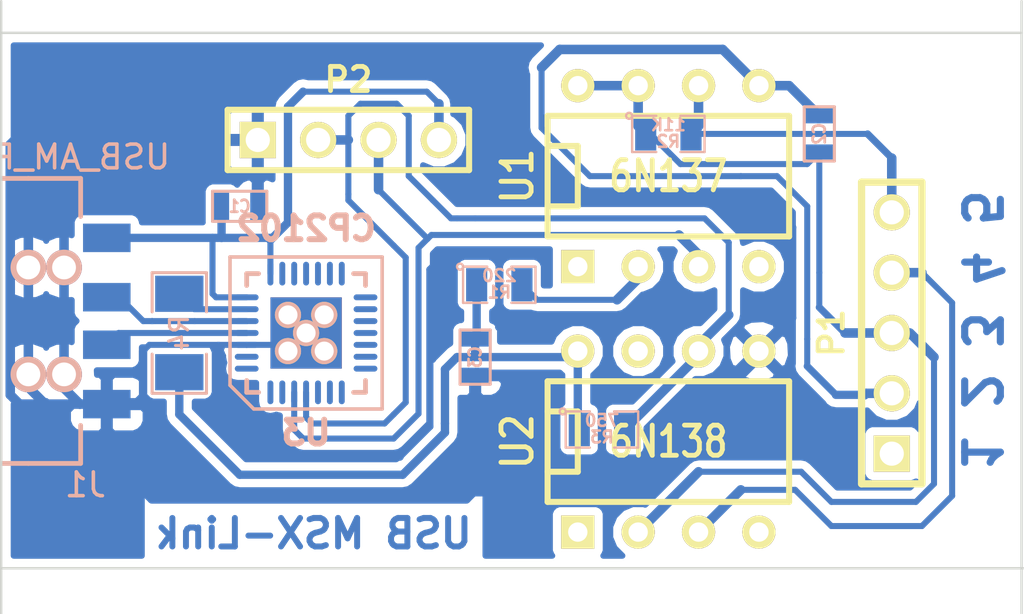
<source format=kicad_pcb>
(kicad_pcb (version 3) (host pcbnew "(2013-mar-13)-testing")

  (general
    (links 36)
    (no_connects 0)
    (area 163.906999 136.093999 206.996501 161.975001)
    (thickness 1.6)
    (drawings 6)
    (tracks 221)
    (zones 0)
    (modules 13)
    (nets 36)
  )

  (page A3)
  (layers
    (15 F.Cu signal)
    (0 B.Cu signal hide)
    (16 B.Adhes user)
    (17 F.Adhes user)
    (18 B.Paste user)
    (19 F.Paste user)
    (20 B.SilkS user)
    (21 F.SilkS user)
    (22 B.Mask user)
    (23 F.Mask user)
    (24 Dwgs.User user)
    (25 Cmts.User user)
    (26 Eco1.User user)
    (27 Eco2.User user)
    (28 Edge.Cuts user)
  )

  (setup
    (last_trace_width 0.254)
    (user_trace_width 0.3)
    (user_trace_width 0.35)
    (user_trace_width 0.4)
    (trace_clearance 0.2)
    (zone_clearance 0.35)
    (zone_45_only no)
    (trace_min 0.254)
    (segment_width 0.2)
    (edge_width 0.1)
    (via_size 0.889)
    (via_drill 0.635)
    (via_min_size 0.889)
    (via_min_drill 0.508)
    (uvia_size 0.508)
    (uvia_drill 0.127)
    (uvias_allowed no)
    (uvia_min_size 0.508)
    (uvia_min_drill 0.127)
    (pcb_text_width 0.3)
    (pcb_text_size 1.5 1.5)
    (mod_edge_width 0.15)
    (mod_text_size 1 1)
    (mod_text_width 0.15)
    (pad_size 1.5 1.5)
    (pad_drill 0.6)
    (pad_to_mask_clearance 0)
    (aux_axis_origin 0 0)
    (visible_elements 7FFFFFFF)
    (pcbplotparams
      (layerselection 1)
      (usegerberextensions false)
      (excludeedgelayer false)
      (linewidth 0.150000)
      (plotframeref false)
      (viasonmask false)
      (mode 1)
      (useauxorigin false)
      (hpglpennumber 1)
      (hpglpenspeed 20)
      (hpglpendiameter 15)
      (hpglpenoverlay 2)
      (psnegative false)
      (psa4output false)
      (plotreference true)
      (plotvalue true)
      (plotothertext true)
      (plotinvisibletext false)
      (padsonsilk false)
      (subtractmaskfromsilk false)
      (outputformat 5)
      (mirror false)
      (drillshape 1)
      (scaleselection 1)
      (outputdirectory ""))
  )

  (net 0 "")
  (net 1 /DIN_2)
  (net 2 /DIN_3)
  (net 3 /DIN_4)
  (net 4 /DIN_5)
  (net 5 /RXD)
  (net 6 /TXD)
  (net 7 /USB+5V)
  (net 8 /VDD)
  (net 9 GND)
  (net 10 N-0000010)
  (net 11 N-0000011)
  (net 12 N-0000012)
  (net 13 N-0000013)
  (net 14 N-0000014)
  (net 15 N-0000015)
  (net 16 N-0000016)
  (net 17 N-0000017)
  (net 18 N-0000018)
  (net 19 N-0000019)
  (net 20 N-000002)
  (net 21 N-0000020)
  (net 22 N-0000021)
  (net 23 N-0000022)
  (net 24 N-0000023)
  (net 25 N-0000024)
  (net 26 N-0000025)
  (net 27 N-0000026)
  (net 28 N-0000027)
  (net 29 N-000003)
  (net 30 N-0000031)
  (net 31 N-0000034)
  (net 32 N-000004)
  (net 33 N-000005)
  (net 34 N-000006)
  (net 35 N-000007)

  (net_class Default "This is the default net class."
    (clearance 0.2)
    (trace_width 0.254)
    (via_dia 0.889)
    (via_drill 0.635)
    (uvia_dia 0.508)
    (uvia_drill 0.127)
    (add_net "")
    (add_net /DIN_2)
    (add_net /DIN_3)
    (add_net /DIN_4)
    (add_net /DIN_5)
    (add_net /RXD)
    (add_net /TXD)
    (add_net /USB+5V)
    (add_net /VDD)
    (add_net GND)
    (add_net N-0000010)
    (add_net N-0000011)
    (add_net N-0000012)
    (add_net N-0000013)
    (add_net N-0000014)
    (add_net N-0000015)
    (add_net N-0000016)
    (add_net N-0000017)
    (add_net N-0000018)
    (add_net N-0000019)
    (add_net N-000002)
    (add_net N-0000020)
    (add_net N-0000021)
    (add_net N-0000022)
    (add_net N-0000023)
    (add_net N-0000024)
    (add_net N-0000025)
    (add_net N-0000026)
    (add_net N-0000027)
    (add_net N-000003)
    (add_net N-0000031)
    (add_net N-0000034)
    (add_net N-000004)
    (add_net N-000005)
    (add_net N-000006)
    (add_net N-000007)
  )

  (module SM1206 (layer B.Cu) (tedit 42806E24) (tstamp 51A26A22)
    (at 171.45 150.114 270)
    (path /51A14708)
    (attr smd)
    (fp_text reference R4 (at 0 0 270) (layer B.SilkS)
      (effects (font (size 0.762 0.762) (thickness 0.127)) (justify mirror))
    )
    (fp_text value 11K (at 0 0 270) (layer B.SilkS) hide
      (effects (font (size 0.762 0.762) (thickness 0.127)) (justify mirror))
    )
    (fp_line (start -2.54 1.143) (end -2.54 -1.143) (layer B.SilkS) (width 0.127))
    (fp_line (start -2.54 -1.143) (end -0.889 -1.143) (layer B.SilkS) (width 0.127))
    (fp_line (start 0.889 1.143) (end 2.54 1.143) (layer B.SilkS) (width 0.127))
    (fp_line (start 2.54 1.143) (end 2.54 -1.143) (layer B.SilkS) (width 0.127))
    (fp_line (start 2.54 -1.143) (end 0.889 -1.143) (layer B.SilkS) (width 0.127))
    (fp_line (start -0.889 1.143) (end -2.54 1.143) (layer B.SilkS) (width 0.127))
    (pad 1 smd rect (at -1.651 0 270) (size 1.524 2.032)
      (layers B.Cu B.Paste B.Mask)
      (net 25 N-0000024)
    )
    (pad 2 smd rect (at 1.651 0 270) (size 1.524 2.032)
      (layers B.Cu B.Paste B.Mask)
      (net 8 /VDD)
    )
    (model smd/chip_cms.wrl
      (at (xyz 0 0 0))
      (scale (xyz 0.17 0.16 0.16))
      (rotate (xyz 0 0 0))
    )
  )

  (module SM0603 (layer B.Cu) (tedit 4E43A3D1) (tstamp 51A13DEB)
    (at 173.99 144.78)
    (path /51A13A53)
    (attr smd)
    (fp_text reference C1 (at 0 0) (layer B.SilkS)
      (effects (font (size 0.508 0.4572) (thickness 0.1143)) (justify mirror))
    )
    (fp_text value 0.1 (at 0 0) (layer B.SilkS) hide
      (effects (font (size 0.508 0.4572) (thickness 0.1143)) (justify mirror))
    )
    (fp_line (start -1.143 0.635) (end 1.143 0.635) (layer B.SilkS) (width 0.127))
    (fp_line (start 1.143 0.635) (end 1.143 -0.635) (layer B.SilkS) (width 0.127))
    (fp_line (start 1.143 -0.635) (end -1.143 -0.635) (layer B.SilkS) (width 0.127))
    (fp_line (start -1.143 -0.635) (end -1.143 0.635) (layer B.SilkS) (width 0.127))
    (pad 1 smd rect (at -0.762 0) (size 0.635 1.143)
      (layers B.Cu B.Paste B.Mask)
      (net 7 /USB+5V)
    )
    (pad 2 smd rect (at 0.762 0) (size 0.635 1.143)
      (layers B.Cu B.Paste B.Mask)
      (net 9 GND)
    )
    (model smd\resistors\R0603.wrl
      (at (xyz 0 0 0.001))
      (scale (xyz 0.5 0.5 0.5))
      (rotate (xyz 0 0 0))
    )
  )

  (module SM0603 (layer B.Cu) (tedit 4E43A3D1) (tstamp 51A13DF5)
    (at 198.374 141.732 90)
    (path /51995828)
    (attr smd)
    (fp_text reference C2 (at 0 0 90) (layer B.SilkS)
      (effects (font (size 0.508 0.4572) (thickness 0.1143)) (justify mirror))
    )
    (fp_text value 0.1 (at 0 0 90) (layer B.SilkS) hide
      (effects (font (size 0.508 0.4572) (thickness 0.1143)) (justify mirror))
    )
    (fp_line (start -1.143 0.635) (end 1.143 0.635) (layer B.SilkS) (width 0.127))
    (fp_line (start 1.143 0.635) (end 1.143 -0.635) (layer B.SilkS) (width 0.127))
    (fp_line (start 1.143 -0.635) (end -1.143 -0.635) (layer B.SilkS) (width 0.127))
    (fp_line (start -1.143 -0.635) (end -1.143 0.635) (layer B.SilkS) (width 0.127))
    (pad 1 smd rect (at -0.762 0 90) (size 0.635 1.143)
      (layers B.Cu B.Paste B.Mask)
      (net 2 /DIN_3)
    )
    (pad 2 smd rect (at 0.762 0 90) (size 0.635 1.143)
      (layers B.Cu B.Paste B.Mask)
      (net 1 /DIN_2)
    )
    (model smd\resistors\R0603.wrl
      (at (xyz 0 0 0.001))
      (scale (xyz 0.5 0.5 0.5))
      (rotate (xyz 0 0 0))
    )
  )

  (module SM0603 (layer B.Cu) (tedit 4E43A3D1) (tstamp 51A13DFF)
    (at 183.896 151.13 270)
    (path /51A139D0)
    (attr smd)
    (fp_text reference C3 (at 0 0 270) (layer B.SilkS)
      (effects (font (size 0.508 0.4572) (thickness 0.1143)) (justify mirror))
    )
    (fp_text value 0.1 (at 0 0 270) (layer B.SilkS) hide
      (effects (font (size 0.508 0.4572) (thickness 0.1143)) (justify mirror))
    )
    (fp_line (start -1.143 0.635) (end 1.143 0.635) (layer B.SilkS) (width 0.127))
    (fp_line (start 1.143 0.635) (end 1.143 -0.635) (layer B.SilkS) (width 0.127))
    (fp_line (start 1.143 -0.635) (end -1.143 -0.635) (layer B.SilkS) (width 0.127))
    (fp_line (start -1.143 -0.635) (end -1.143 0.635) (layer B.SilkS) (width 0.127))
    (pad 1 smd rect (at -0.762 0 270) (size 0.635 1.143)
      (layers B.Cu B.Paste B.Mask)
      (net 8 /VDD)
    )
    (pad 2 smd rect (at 0.762 0 270) (size 0.635 1.143)
      (layers B.Cu B.Paste B.Mask)
      (net 9 GND)
    )
    (model smd\resistors\R0603.wrl
      (at (xyz 0 0 0.001))
      (scale (xyz 0.5 0.5 0.5))
      (rotate (xyz 0 0 0))
    )
  )

  (module PIN_ARRAY_5x1 (layer F.Cu) (tedit 45976D86) (tstamp 51A13E1A)
    (at 201.422 150.114 90)
    (descr "Double rangee de contacts 2 x 5 pins")
    (tags CONN)
    (path /51A13ABD)
    (fp_text reference P1 (at 0 -2.54 90) (layer F.SilkS)
      (effects (font (size 1.016 1.016) (thickness 0.2032)))
    )
    (fp_text value CONN_5 (at 0 2.54 90) (layer F.SilkS) hide
      (effects (font (size 1.016 1.016) (thickness 0.2032)))
    )
    (fp_line (start -6.35 -1.27) (end -6.35 1.27) (layer F.SilkS) (width 0.3048))
    (fp_line (start 6.35 1.27) (end 6.35 -1.27) (layer F.SilkS) (width 0.3048))
    (fp_line (start -6.35 -1.27) (end 6.35 -1.27) (layer F.SilkS) (width 0.3048))
    (fp_line (start 6.35 1.27) (end -6.35 1.27) (layer F.SilkS) (width 0.3048))
    (pad 1 thru_hole rect (at -5.08 0 90) (size 1.524 1.524) (drill 1.016)
      (layers *.Cu *.Mask F.SilkS)
      (net 27 N-0000026)
    )
    (pad 2 thru_hole circle (at -2.54 0 90) (size 1.524 1.524) (drill 1.016)
      (layers *.Cu *.Mask F.SilkS)
      (net 1 /DIN_2)
    )
    (pad 3 thru_hole circle (at 0 0 90) (size 1.524 1.524) (drill 1.016)
      (layers *.Cu *.Mask F.SilkS)
      (net 2 /DIN_3)
    )
    (pad 4 thru_hole circle (at 2.54 0 90) (size 1.524 1.524) (drill 1.016)
      (layers *.Cu *.Mask F.SilkS)
      (net 3 /DIN_4)
    )
    (pad 5 thru_hole circle (at 5.08 0 90) (size 1.524 1.524) (drill 1.016)
      (layers *.Cu *.Mask F.SilkS)
      (net 4 /DIN_5)
    )
    (model pin_array/pins_array_5x1.wrl
      (at (xyz 0 0 0))
      (scale (xyz 1 1 1))
      (rotate (xyz 0 0 0))
    )
  )

  (module PIN_ARRAY_4x1 (layer F.Cu) (tedit 4C10F42E) (tstamp 51A13E26)
    (at 178.562 141.986)
    (descr "Double rangee de contacts 2 x 5 pins")
    (tags CONN)
    (path /519AA5F7)
    (fp_text reference P2 (at 0 -2.54) (layer F.SilkS)
      (effects (font (size 1.016 1.016) (thickness 0.2032)))
    )
    (fp_text value CONN_4 (at 0 2.54) (layer F.SilkS) hide
      (effects (font (size 1.016 1.016) (thickness 0.2032)))
    )
    (fp_line (start 5.08 1.27) (end -5.08 1.27) (layer F.SilkS) (width 0.254))
    (fp_line (start 5.08 -1.27) (end -5.08 -1.27) (layer F.SilkS) (width 0.254))
    (fp_line (start -5.08 -1.27) (end -5.08 1.27) (layer F.SilkS) (width 0.254))
    (fp_line (start 5.08 1.27) (end 5.08 -1.27) (layer F.SilkS) (width 0.254))
    (pad 1 thru_hole rect (at -3.81 0) (size 1.524 1.524) (drill 1.016)
      (layers *.Cu *.Mask F.SilkS)
      (net 9 GND)
    )
    (pad 2 thru_hole circle (at -1.27 0) (size 1.524 1.524) (drill 1.016)
      (layers *.Cu *.Mask F.SilkS)
      (net 5 /RXD)
    )
    (pad 3 thru_hole circle (at 1.27 0) (size 1.524 1.524) (drill 1.016)
      (layers *.Cu *.Mask F.SilkS)
      (net 6 /TXD)
    )
    (pad 4 thru_hole circle (at 3.81 0) (size 1.524 1.524) (drill 1.016)
      (layers *.Cu *.Mask F.SilkS)
      (net 7 /USB+5V)
    )
    (model pin_array\pins_array_4x1.wrl
      (at (xyz 0 0 0))
      (scale (xyz 1 1 1))
      (rotate (xyz 0 0 0))
    )
  )

  (module SM0805 (layer B.Cu) (tedit 5091495C) (tstamp 51A13E33)
    (at 184.912 148.082)
    (path /519957A1)
    (attr smd)
    (fp_text reference R1 (at 0 0.3175) (layer B.SilkS)
      (effects (font (size 0.50038 0.50038) (thickness 0.10922)) (justify mirror))
    )
    (fp_text value 220 (at 0 -0.381) (layer B.SilkS)
      (effects (font (size 0.50038 0.50038) (thickness 0.10922)) (justify mirror))
    )
    (fp_circle (center -1.651 -0.762) (end -1.651 -0.635) (layer B.SilkS) (width 0.09906))
    (fp_line (start -0.508 -0.762) (end -1.524 -0.762) (layer B.SilkS) (width 0.09906))
    (fp_line (start -1.524 -0.762) (end -1.524 0.762) (layer B.SilkS) (width 0.09906))
    (fp_line (start -1.524 0.762) (end -0.508 0.762) (layer B.SilkS) (width 0.09906))
    (fp_line (start 0.508 0.762) (end 1.524 0.762) (layer B.SilkS) (width 0.09906))
    (fp_line (start 1.524 0.762) (end 1.524 -0.762) (layer B.SilkS) (width 0.09906))
    (fp_line (start 1.524 -0.762) (end 0.508 -0.762) (layer B.SilkS) (width 0.09906))
    (pad 1 smd rect (at -0.9525 0) (size 0.889 1.397)
      (layers B.Cu B.Paste B.Mask)
      (net 8 /VDD)
    )
    (pad 2 smd rect (at 0.9525 0) (size 0.889 1.397)
      (layers B.Cu B.Paste B.Mask)
      (net 30 N-0000031)
    )
    (model smd/chip_cms.wrl
      (at (xyz 0 0 0))
      (scale (xyz 0.1 0.1 0.1))
      (rotate (xyz 0 0 0))
    )
  )

  (module SM0805 (layer B.Cu) (tedit 5091495C) (tstamp 51A13E40)
    (at 192.024 141.732)
    (path /519957D4)
    (attr smd)
    (fp_text reference R2 (at 0 0.3175) (layer B.SilkS)
      (effects (font (size 0.50038 0.50038) (thickness 0.10922)) (justify mirror))
    )
    (fp_text value 11K (at 0 -0.381) (layer B.SilkS)
      (effects (font (size 0.50038 0.50038) (thickness 0.10922)) (justify mirror))
    )
    (fp_circle (center -1.651 -0.762) (end -1.651 -0.635) (layer B.SilkS) (width 0.09906))
    (fp_line (start -0.508 -0.762) (end -1.524 -0.762) (layer B.SilkS) (width 0.09906))
    (fp_line (start -1.524 -0.762) (end -1.524 0.762) (layer B.SilkS) (width 0.09906))
    (fp_line (start -1.524 0.762) (end -0.508 0.762) (layer B.SilkS) (width 0.09906))
    (fp_line (start 0.508 0.762) (end 1.524 0.762) (layer B.SilkS) (width 0.09906))
    (fp_line (start 1.524 0.762) (end 1.524 -0.762) (layer B.SilkS) (width 0.09906))
    (fp_line (start 1.524 -0.762) (end 0.508 -0.762) (layer B.SilkS) (width 0.09906))
    (pad 1 smd rect (at -0.9525 0) (size 0.889 1.397)
      (layers B.Cu B.Paste B.Mask)
      (net 2 /DIN_3)
    )
    (pad 2 smd rect (at 0.9525 0) (size 0.889 1.397)
      (layers B.Cu B.Paste B.Mask)
      (net 4 /DIN_5)
    )
    (model smd/chip_cms.wrl
      (at (xyz 0 0 0))
      (scale (xyz 0.1 0.1 0.1))
      (rotate (xyz 0 0 0))
    )
  )

  (module SM0805 (layer B.Cu) (tedit 5091495C) (tstamp 51A142B0)
    (at 189.23 154.178)
    (path /519A98BB)
    (attr smd)
    (fp_text reference R3 (at 0 0.3175) (layer B.SilkS)
      (effects (font (size 0.50038 0.50038) (thickness 0.10922)) (justify mirror))
    )
    (fp_text value 750 (at 0 -0.381) (layer B.SilkS)
      (effects (font (size 0.50038 0.50038) (thickness 0.10922)) (justify mirror))
    )
    (fp_circle (center -1.651 -0.762) (end -1.651 -0.635) (layer B.SilkS) (width 0.09906))
    (fp_line (start -0.508 -0.762) (end -1.524 -0.762) (layer B.SilkS) (width 0.09906))
    (fp_line (start -1.524 -0.762) (end -1.524 0.762) (layer B.SilkS) (width 0.09906))
    (fp_line (start -1.524 0.762) (end -0.508 0.762) (layer B.SilkS) (width 0.09906))
    (fp_line (start 0.508 0.762) (end 1.524 0.762) (layer B.SilkS) (width 0.09906))
    (fp_line (start 1.524 0.762) (end 1.524 -0.762) (layer B.SilkS) (width 0.09906))
    (fp_line (start 1.524 -0.762) (end 0.508 -0.762) (layer B.SilkS) (width 0.09906))
    (pad 1 smd rect (at -0.9525 0) (size 0.889 1.397)
      (layers B.Cu B.Paste B.Mask)
      (net 8 /VDD)
    )
    (pad 2 smd rect (at 0.9525 0) (size 0.889 1.397)
      (layers B.Cu B.Paste B.Mask)
      (net 5 /RXD)
    )
    (model smd/chip_cms.wrl
      (at (xyz 0 0 0))
      (scale (xyz 0.1 0.1 0.1))
      (rotate (xyz 0 0 0))
    )
  )

  (module DIP-8__300 (layer F.Cu) (tedit 43A7F843) (tstamp 51A13E60)
    (at 192.024 143.51)
    (descr "8 pins DIL package, round pads")
    (tags DIL)
    (path /519952DF)
    (fp_text reference U1 (at -6.35 0 90) (layer F.SilkS)
      (effects (font (size 1.27 1.143) (thickness 0.2032)))
    )
    (fp_text value 6N137 (at 0 0) (layer F.SilkS)
      (effects (font (size 1.27 1.016) (thickness 0.2032)))
    )
    (fp_line (start -5.08 -1.27) (end -3.81 -1.27) (layer F.SilkS) (width 0.254))
    (fp_line (start -3.81 -1.27) (end -3.81 1.27) (layer F.SilkS) (width 0.254))
    (fp_line (start -3.81 1.27) (end -5.08 1.27) (layer F.SilkS) (width 0.254))
    (fp_line (start -5.08 -2.54) (end 5.08 -2.54) (layer F.SilkS) (width 0.254))
    (fp_line (start 5.08 -2.54) (end 5.08 2.54) (layer F.SilkS) (width 0.254))
    (fp_line (start 5.08 2.54) (end -5.08 2.54) (layer F.SilkS) (width 0.254))
    (fp_line (start -5.08 2.54) (end -5.08 -2.54) (layer F.SilkS) (width 0.254))
    (pad 1 thru_hole rect (at -3.81 3.81) (size 1.397 1.397) (drill 0.8128)
      (layers *.Cu *.Mask F.SilkS)
    )
    (pad 2 thru_hole circle (at -1.27 3.81) (size 1.397 1.397) (drill 0.8128)
      (layers *.Cu *.Mask F.SilkS)
      (net 30 N-0000031)
    )
    (pad 3 thru_hole circle (at 1.27 3.81) (size 1.397 1.397) (drill 0.8128)
      (layers *.Cu *.Mask F.SilkS)
      (net 6 /TXD)
    )
    (pad 4 thru_hole circle (at 3.81 3.81) (size 1.397 1.397) (drill 0.8128)
      (layers *.Cu *.Mask F.SilkS)
    )
    (pad 5 thru_hole circle (at 3.81 -3.81) (size 1.397 1.397) (drill 0.8128)
      (layers *.Cu *.Mask F.SilkS)
      (net 1 /DIN_2)
    )
    (pad 6 thru_hole circle (at 1.27 -3.81) (size 1.397 1.397) (drill 0.8128)
      (layers *.Cu *.Mask F.SilkS)
      (net 4 /DIN_5)
    )
    (pad 7 thru_hole circle (at -1.27 -3.81) (size 1.397 1.397) (drill 0.8128)
      (layers *.Cu *.Mask F.SilkS)
      (net 2 /DIN_3)
    )
    (pad 8 thru_hole circle (at -3.81 -3.81) (size 1.397 1.397) (drill 0.8128)
      (layers *.Cu *.Mask F.SilkS)
      (net 2 /DIN_3)
    )
    (model dil/dil_8.wrl
      (at (xyz 0 0 0))
      (scale (xyz 1 1 1))
      (rotate (xyz 0 0 0))
    )
  )

  (module DIP-8__300 (layer F.Cu) (tedit 43A7F843) (tstamp 51A13E73)
    (at 192.024 154.686)
    (descr "8 pins DIL package, round pads")
    (tags DIL)
    (path /5199570E)
    (fp_text reference U2 (at -6.35 0 90) (layer F.SilkS)
      (effects (font (size 1.27 1.143) (thickness 0.2032)))
    )
    (fp_text value 6N138 (at 0 0) (layer F.SilkS)
      (effects (font (size 1.27 1.016) (thickness 0.2032)))
    )
    (fp_line (start -5.08 -1.27) (end -3.81 -1.27) (layer F.SilkS) (width 0.254))
    (fp_line (start -3.81 -1.27) (end -3.81 1.27) (layer F.SilkS) (width 0.254))
    (fp_line (start -3.81 1.27) (end -5.08 1.27) (layer F.SilkS) (width 0.254))
    (fp_line (start -5.08 -2.54) (end 5.08 -2.54) (layer F.SilkS) (width 0.254))
    (fp_line (start 5.08 -2.54) (end 5.08 2.54) (layer F.SilkS) (width 0.254))
    (fp_line (start 5.08 2.54) (end -5.08 2.54) (layer F.SilkS) (width 0.254))
    (fp_line (start -5.08 2.54) (end -5.08 -2.54) (layer F.SilkS) (width 0.254))
    (pad 1 thru_hole rect (at -3.81 3.81) (size 1.397 1.397) (drill 0.8128)
      (layers *.Cu *.Mask F.SilkS)
    )
    (pad 2 thru_hole circle (at -1.27 3.81) (size 1.397 1.397) (drill 0.8128)
      (layers *.Cu *.Mask F.SilkS)
      (net 2 /DIN_3)
    )
    (pad 3 thru_hole circle (at 1.27 3.81) (size 1.397 1.397) (drill 0.8128)
      (layers *.Cu *.Mask F.SilkS)
      (net 3 /DIN_4)
    )
    (pad 4 thru_hole circle (at 3.81 3.81) (size 1.397 1.397) (drill 0.8128)
      (layers *.Cu *.Mask F.SilkS)
    )
    (pad 5 thru_hole circle (at 3.81 -3.81) (size 1.397 1.397) (drill 0.8128)
      (layers *.Cu *.Mask F.SilkS)
      (net 9 GND)
    )
    (pad 6 thru_hole circle (at 1.27 -3.81) (size 1.397 1.397) (drill 0.8128)
      (layers *.Cu *.Mask F.SilkS)
      (net 5 /RXD)
    )
    (pad 7 thru_hole circle (at -1.27 -3.81) (size 1.397 1.397) (drill 0.8128)
      (layers *.Cu *.Mask F.SilkS)
      (net 31 N-0000034)
    )
    (pad 8 thru_hole circle (at -3.81 -3.81) (size 1.397 1.397) (drill 0.8128)
      (layers *.Cu *.Mask F.SilkS)
      (net 8 /VDD)
    )
    (model dil/dil_8.wrl
      (at (xyz 0 0 0))
      (scale (xyz 1 1 1))
      (rotate (xyz 0 0 0))
    )
  )

  (module QFN28 (layer B.Cu) (tedit 4843D034) (tstamp 51A13EA6)
    (at 176.784 150.114)
    (path /51A13408)
    (fp_text reference U3 (at 0 4.20116) (layer B.SilkS)
      (effects (font (size 1.00076 1.00076) (thickness 0.3048)) (justify mirror))
    )
    (fp_text value CP2102 (at 0 -4.39928) (layer B.SilkS)
      (effects (font (size 1.00076 1.00076) (thickness 0.3048)) (justify mirror))
    )
    (fp_line (start -3.2004 -3.2004) (end 3.2004 -3.2004) (layer B.SilkS) (width 0.14986))
    (fp_line (start 3.2004 -3.2004) (end 3.2004 3.2004) (layer B.SilkS) (width 0.14986))
    (fp_line (start 3.2004 3.2004) (end -2.19964 3.2004) (layer B.SilkS) (width 0.14986))
    (fp_line (start -2.19964 3.2004) (end -3.2004 2.19964) (layer B.SilkS) (width 0.14986))
    (fp_line (start -3.2004 2.19964) (end -3.2004 -3.2004) (layer B.SilkS) (width 0.14986))
    (fp_line (start -1.99898 2.49936) (end -2.49936 2.49936) (layer B.SilkS) (width 0.20066))
    (fp_line (start -2.49936 2.49936) (end -2.49936 1.99898) (layer B.SilkS) (width 0.20066))
    (fp_line (start 2.49936 1.99898) (end 2.49936 2.49936) (layer B.SilkS) (width 0.20066))
    (fp_line (start 2.49936 2.49936) (end 1.99898 2.49936) (layer B.SilkS) (width 0.20066))
    (fp_line (start 1.99898 -2.49936) (end 2.49936 -2.49936) (layer B.SilkS) (width 0.20066))
    (fp_line (start 2.49936 -2.49936) (end 2.49936 -1.99898) (layer B.SilkS) (width 0.20066))
    (fp_line (start -2.49936 -1.99898) (end -2.49936 -2.49936) (layer B.SilkS) (width 0.20066))
    (fp_line (start -2.49936 -2.49936) (end -1.99898 -2.49936) (layer B.SilkS) (width 0.20066))
    (pad 1 smd oval (at -2.49936 1.50114) (size 1.00076 0.24892)
      (layers B.Cu B.Paste B.Mask)
      (net 18 N-0000018)
    )
    (pad 2 smd oval (at -2.49936 1.00076) (size 1.00076 0.24892)
      (layers B.Cu B.Paste B.Mask)
      (net 17 N-0000017)
    )
    (pad 3 smd oval (at -2.49936 0.50038) (size 1.00076 0.24892)
      (layers B.Cu B.Paste B.Mask)
      (net 9 GND)
    )
    (pad 4 smd oval (at -2.49936 0) (size 1.00076 0.24892)
      (layers B.Cu B.Paste B.Mask)
      (net 21 N-0000020)
    )
    (pad 5 smd oval (at -2.49936 -0.50038) (size 1.00076 0.24892)
      (layers B.Cu B.Paste B.Mask)
      (net 26 N-0000025)
    )
    (pad 6 smd oval (at -2.49936 -1.00076) (size 1.00076 0.24892)
      (layers B.Cu B.Paste B.Mask)
      (net 25 N-0000024)
    )
    (pad 7 smd oval (at -2.49936 -1.50114) (size 1.00076 0.24892)
      (layers B.Cu B.Paste B.Mask)
      (net 7 /USB+5V)
    )
    (pad 8 smd oval (at -1.50114 -2.49936 270) (size 1.00076 0.24892)
      (layers B.Cu B.Paste B.Mask)
      (net 7 /USB+5V)
    )
    (pad 9 smd oval (at -1.00076 -2.49936 270) (size 1.00076 0.24892)
      (layers B.Cu B.Paste B.Mask)
      (net 28 N-0000027)
    )
    (pad 10 smd oval (at -0.50038 -2.49936 270) (size 1.00076 0.24892)
      (layers B.Cu B.Paste B.Mask)
      (net 22 N-0000021)
    )
    (pad 11 smd oval (at 0 -2.49936 270) (size 1.00076 0.24892)
      (layers B.Cu B.Paste B.Mask)
      (net 16 N-0000016)
    )
    (pad 12 smd oval (at 0.50038 -2.49936 270) (size 1.00076 0.24892)
      (layers B.Cu B.Paste B.Mask)
      (net 15 N-0000015)
    )
    (pad 13 smd oval (at 1.00076 -2.49936 270) (size 1.00076 0.24892)
      (layers B.Cu B.Paste B.Mask)
      (net 23 N-0000022)
    )
    (pad 14 smd oval (at 1.50114 -2.49936 270) (size 1.00076 0.24892)
      (layers B.Cu B.Paste B.Mask)
      (net 24 N-0000023)
    )
    (pad 15 smd oval (at 2.49936 -1.50114 180) (size 1.00076 0.24892)
      (layers B.Cu B.Paste B.Mask)
      (net 19 N-0000019)
    )
    (pad 16 smd oval (at 2.49936 -1.00076 180) (size 1.00076 0.24892)
      (layers B.Cu B.Paste B.Mask)
      (net 10 N-0000010)
    )
    (pad 17 smd oval (at 2.49936 -0.50038 180) (size 1.00076 0.24892)
      (layers B.Cu B.Paste B.Mask)
      (net 20 N-000002)
    )
    (pad 18 smd oval (at 2.49936 0 180) (size 1.00076 0.24892)
      (layers B.Cu B.Paste B.Mask)
      (net 29 N-000003)
    )
    (pad 19 smd oval (at 2.49936 0.50038 180) (size 1.00076 0.24892)
      (layers B.Cu B.Paste B.Mask)
      (net 32 N-000004)
    )
    (pad 20 smd oval (at 2.49936 1.00076 180) (size 1.00076 0.24892)
      (layers B.Cu B.Paste B.Mask)
      (net 33 N-000005)
    )
    (pad 21 smd oval (at 2.49936 1.50114 180) (size 1.00076 0.24892)
      (layers B.Cu B.Paste B.Mask)
      (net 34 N-000006)
    )
    (pad 22 smd oval (at 1.50114 2.49936 90) (size 1.00076 0.24892)
      (layers B.Cu B.Paste B.Mask)
      (net 35 N-000007)
    )
    (pad 23 smd oval (at 1.00076 2.49936 90) (size 1.00076 0.24892)
      (layers B.Cu B.Paste B.Mask)
      (net 14 N-0000014)
    )
    (pad 24 smd oval (at 0.50038 2.49936 90) (size 1.00076 0.24892)
      (layers B.Cu B.Paste B.Mask)
      (net 13 N-0000013)
    )
    (pad 25 smd oval (at 0 2.49936 90) (size 1.00076 0.24892)
      (layers B.Cu B.Paste B.Mask)
      (net 5 /RXD)
    )
    (pad 26 smd oval (at -0.50038 2.49936 90) (size 1.00076 0.24892)
      (layers B.Cu B.Paste B.Mask)
      (net 6 /TXD)
    )
    (pad 27 smd oval (at -1.00076 2.49936 90) (size 1.00076 0.24892)
      (layers B.Cu B.Paste B.Mask)
      (net 12 N-0000012)
    )
    (pad 28 smd oval (at -1.50114 2.49936 90) (size 1.00076 0.24892)
      (layers B.Cu B.Paste B.Mask)
      (net 11 N-0000011)
    )
    (pad "" smd rect (at 0 0 90) (size 2.99974 2.99974)
      (layers *.Cu B.Paste B.Mask)
    )
    (pad "" np_thru_hole circle (at 0.762 -0.762 90) (size 1.09982 1.09982) (drill 0.8001)
      (layers *.Cu *.SilkS *.Mask)
    )
    (pad "" np_thru_hole circle (at 0 0 90) (size 1.09982 1.09982) (drill 0.8001)
      (layers *.Cu *.SilkS *.Mask)
    )
    (pad "" np_thru_hole circle (at -0.762 0.762 90) (size 1.09982 1.09982) (drill 0.8001)
      (layers *.Cu *.SilkS *.Mask)
    )
    (pad "" np_thru_hole circle (at -0.762 -0.762 90) (size 1.09982 1.09982) (drill 0.8001)
      (layers *.Cu *.SilkS *.Mask)
    )
    (pad "" np_thru_hole circle (at 0.762 0.762 90) (size 1.09982 1.09982) (drill 0.8001)
      (layers *.Cu *.SilkS *.Mask)
    )
    (model smd/qfn28.wrl
      (at (xyz 0 0 0))
      (scale (xyz 1 1 1))
      (rotate (xyz 0 0 0))
    )
  )

  (module USBAP_1P (layer B.Cu) (tedit 4DD51F71) (tstamp 51A20BB7)
    (at 165.1 149.606)
    (descr "SMD-soldered USB A male connector")
    (path /51A219BE)
    (fp_text reference J1 (at 2.4003 6.90118) (layer B.SilkS)
      (effects (font (size 1.00076 1.00076) (thickness 0.14986)) (justify mirror))
    )
    (fp_text value USB_AM_PCB (at 1.19888 -6.90118) (layer B.SilkS)
      (effects (font (size 1.00076 1.00076) (thickness 0.14986)) (justify mirror))
    )
    (fp_line (start -1.19888 -5.99948) (end -1.19888 5.99948) (layer B.SilkS) (width 0.20066))
    (fp_line (start 0 -5.99948) (end 2.19964 -5.99948) (layer B.SilkS) (width 0.20066))
    (fp_line (start 2.19964 -5.99948) (end 2.19964 -4.39928) (layer B.SilkS) (width 0.20066))
    (fp_line (start 0 -5.99948) (end -14.89964 -5.99948) (layer B.SilkS) (width 0.20066))
    (fp_line (start -14.89964 -5.99948) (end -14.89964 5.99948) (layer B.SilkS) (width 0.20066))
    (fp_line (start -14.89964 5.99948) (end 0 5.99948) (layer B.SilkS) (width 0.20066))
    (fp_line (start 0 5.99948) (end 2.19964 5.99948) (layer B.SilkS) (width 0.20066))
    (fp_line (start 2.19964 5.99948) (end 2.19964 4.39928) (layer B.SilkS) (width 0.20066))
    (pad 1 smd rect (at 3.29946 -3.49758) (size 1.99898 1.19888)
      (layers B.Cu B.Paste B.Mask)
      (net 7 /USB+5V)
    )
    (pad 2 smd rect (at 3.29946 -0.99822) (size 1.99898 1.19888)
      (layers B.Cu B.Paste B.Mask)
      (net 26 N-0000025)
    )
    (pad 3 smd rect (at 3.29946 1.0033) (size 1.99898 1.19888)
      (layers B.Cu B.Paste B.Mask)
      (net 21 N-0000020)
    )
    (pad 4 smd rect (at 3.29946 3.50266) (size 1.99898 1.19888)
      (layers B.Cu B.Paste B.Mask)
      (net 9 GND)
    )
    (pad SHLD thru_hole circle (at 0 2.25044) (size 1.50114 1.50114) (drill 1.00076)
      (layers *.Cu *.Mask B.SilkS)
      (net 9 GND)
    )
    (pad SHLD thru_hole circle (at 1.50114 2.25044) (size 1.50114 1.50114) (drill 1.00076)
      (layers *.Cu *.Mask B.SilkS)
      (net 9 GND)
    )
    (pad SHLD thru_hole circle (at 0 -2.25044) (size 1.50114 1.50114) (drill 1.00076)
      (layers *.Cu *.Mask B.SilkS)
      (net 9 GND)
    )
    (pad SHLD thru_hole circle (at 1.50114 -2.25044) (size 1.50114 1.50114) (drill 1.00076)
      (layers *.Cu *.Mask B.SilkS)
      (net 9 GND)
    )
  )

  (gr_text "USB MSX-Link" (at 177.1015 158.5595) (layer B.Cu)
    (effects (font (size 1.2 1.2) (thickness 0.25)) (justify mirror))
  )
  (gr_text "1 2 3 4 5" (at 205.1685 149.987 270) (layer B.Cu)
    (effects (font (size 1.5 1.5) (thickness 0.3)) (justify mirror))
  )
  (gr_line (start 206.883 137.4775) (end 163.957 137.4775) (angle 90) (layer Edge.Cuts) (width 0.1))
  (gr_line (start 206.883 161.925) (end 206.883 136.144) (angle 90) (layer Edge.Cuts) (width 0.1))
  (gr_line (start 164.0205 160.02) (end 206.9465 160.02) (angle 90) (layer Edge.Cuts) (width 0.1))
  (gr_line (start 163.957 136.144) (end 163.957 161.925) (angle 90) (layer Edge.Cuts) (width 0.1))

  (segment (start 197.866 150.368) (end 197.866 151.511) (width 0.254) (layer B.Cu) (net 1))
  (segment (start 196.596 143.51) (end 197.866 144.78) (width 0.254) (layer B.Cu) (net 1) (tstamp 51A26CBD))
  (segment (start 197.866 144.78) (end 197.866 150.368) (width 0.254) (layer B.Cu) (net 1) (tstamp 51A26CBF))
  (segment (start 188.214 143.002) (end 188.722 143.51) (width 0.254) (layer B.Cu) (net 1))
  (segment (start 188.214 143.002) (end 186.69 141.478) (width 0.254) (layer B.Cu) (net 1) (tstamp 51A14422))
  (segment (start 195.834 139.7) (end 194.31 138.176) (width 0.4) (layer B.Cu) (net 1) (tstamp 51A14261))
  (segment (start 187.452 138.176) (end 194.31 138.176) (width 0.4) (layer B.Cu) (net 1) (tstamp 51A14260))
  (segment (start 186.69 138.938) (end 187.452 138.176) (width 0.4) (layer B.Cu) (net 1) (tstamp 51A1425F))
  (segment (start 186.69 141.478) (end 186.69 138.938) (width 0.254) (layer B.Cu) (net 1) (tstamp 51A1425D))
  (segment (start 188.722 143.51) (end 195.072 143.51) (width 0.254) (layer B.Cu) (net 1) (tstamp 51A14453))
  (segment (start 195.072 143.51) (end 196.596 143.51) (width 0.254) (layer B.Cu) (net 1))
  (segment (start 200.3425 152.654) (end 201.422 152.654) (width 0.4) (layer B.Cu) (net 1) (tstamp 51A26F97))
  (segment (start 200.279 152.7175) (end 200.3425 152.654) (width 0.4) (layer B.Cu) (net 1) (tstamp 51A26F96))
  (segment (start 199.0725 152.7175) (end 200.279 152.7175) (width 0.35) (layer B.Cu) (net 1) (tstamp 51A26F95))
  (segment (start 197.866 151.511) (end 199.0725 152.7175) (width 0.3) (layer B.Cu) (net 1) (tstamp 51A26F93))
  (segment (start 195.834 139.7) (end 197.104 139.7) (width 0.4) (layer B.Cu) (net 1))
  (segment (start 197.104 139.7) (end 198.374 140.97) (width 0.4) (layer B.Cu) (net 1) (tstamp 51A14458))
  (segment (start 198.374 147.574) (end 198.374 149.0345) (width 0.254) (layer B.Cu) (net 2))
  (segment (start 198.374 142.494) (end 198.374 147.574) (width 0.254) (layer B.Cu) (net 2) (tstamp 51A144FD))
  (segment (start 199.4535 150.114) (end 201.422 150.114) (width 0.4) (layer B.Cu) (net 2) (tstamp 51A26F8E))
  (segment (start 198.374 149.0345) (end 199.4535 150.114) (width 0.3) (layer B.Cu) (net 2) (tstamp 51A26F8C))
  (segment (start 201.422 150.114) (end 200.914 150.114) (width 0.254) (layer B.Cu) (net 2))
  (segment (start 191.0715 141.732) (end 191.262 141.732) (width 0.254) (layer B.Cu) (net 2))
  (segment (start 191.262 141.732) (end 192.532 143.002) (width 0.254) (layer B.Cu) (net 2) (tstamp 51A1444D))
  (segment (start 192.532 143.002) (end 197.866 143.002) (width 0.254) (layer B.Cu) (net 2) (tstamp 51A1444E))
  (segment (start 197.866 143.002) (end 198.374 142.494) (width 0.254) (layer B.Cu) (net 2) (tstamp 51A14450))
  (segment (start 190.754 139.7) (end 190.754 141.4145) (width 0.4) (layer B.Cu) (net 2))
  (segment (start 190.754 141.4145) (end 191.0715 141.732) (width 0.254) (layer B.Cu) (net 2) (tstamp 51A14426))
  (segment (start 201.422 150.114) (end 202.184 150.114) (width 0.254) (layer B.Cu) (net 2))
  (segment (start 202.184 150.114) (end 203.2 151.13) (width 0.4) (layer B.Cu) (net 2) (tstamp 51A1427B))
  (segment (start 203.2 151.13) (end 203.2 156.464) (width 0.254) (layer B.Cu) (net 2) (tstamp 51A1427C))
  (segment (start 203.2 156.464) (end 202.438 157.226) (width 0.254) (layer B.Cu) (net 2) (tstamp 51A1427E))
  (segment (start 202.438 157.226) (end 198.882 157.226) (width 0.254) (layer B.Cu) (net 2) (tstamp 51A1427F))
  (segment (start 198.882 157.226) (end 197.612 155.956) (width 0.254) (layer B.Cu) (net 2) (tstamp 51A14280))
  (segment (start 197.612 155.956) (end 193.294 155.956) (width 0.254) (layer B.Cu) (net 2) (tstamp 51A14282))
  (segment (start 193.294 155.956) (end 190.754 158.496) (width 0.4) (layer B.Cu) (net 2) (tstamp 51A14284))
  (segment (start 188.214 139.7) (end 190.754 139.7) (width 0.4) (layer B.Cu) (net 2))
  (segment (start 201.422 147.574) (end 202.692 147.574) (width 0.4) (layer B.Cu) (net 3))
  (segment (start 195.072 156.718) (end 193.294 158.496) (width 0.4) (layer B.Cu) (net 3) (tstamp 51A14277))
  (segment (start 197.358 156.718) (end 195.072 156.718) (width 0.254) (layer B.Cu) (net 3) (tstamp 51A14275))
  (segment (start 198.882 158.242) (end 197.358 156.718) (width 0.254) (layer B.Cu) (net 3) (tstamp 51A14273))
  (segment (start 202.692 158.242) (end 198.882 158.242) (width 0.254) (layer B.Cu) (net 3) (tstamp 51A14271))
  (segment (start 203.962 156.972) (end 202.692 158.242) (width 0.254) (layer B.Cu) (net 3) (tstamp 51A14270))
  (segment (start 203.962 148.844) (end 203.962 156.972) (width 0.254) (layer B.Cu) (net 3) (tstamp 51A1426E))
  (segment (start 202.692 147.574) (end 203.962 148.844) (width 0.254) (layer B.Cu) (net 3) (tstamp 51A1426C))
  (segment (start 192.9765 141.732) (end 200.406 141.732) (width 0.254) (layer B.Cu) (net 4))
  (segment (start 201.422 142.748) (end 201.422 145.034) (width 0.4) (layer B.Cu) (net 4) (tstamp 51A14444))
  (segment (start 200.406 141.732) (end 201.422 142.748) (width 0.3) (layer B.Cu) (net 4) (tstamp 51A14442))
  (segment (start 193.294 139.7) (end 193.294 141.4145) (width 0.4) (layer B.Cu) (net 4))
  (segment (start 193.294 141.4145) (end 192.9765 141.732) (width 0.254) (layer B.Cu) (net 4) (tstamp 51A14429))
  (segment (start 183.134 145.288) (end 182.88 145.288) (width 0.254) (layer B.Cu) (net 5))
  (segment (start 182.118 144.526) (end 181.102 143.51) (width 0.254) (layer B.Cu) (net 5) (tstamp 51A26B80))
  (segment (start 180.594 140.462) (end 179.07 140.462) (width 0.254) (layer B.Cu) (net 5))
  (segment (start 181.102 143.51) (end 181.102 140.97) (width 0.254) (layer B.Cu) (net 5) (tstamp 51A1483E))
  (segment (start 181.102 140.97) (end 180.594 140.462) (width 0.254) (layer B.Cu) (net 5) (tstamp 51A14840))
  (segment (start 193.294 150.622) (end 194.564 149.352) (width 0.4) (layer B.Cu) (net 5) (tstamp 51A1445C))
  (segment (start 194.564 149.352) (end 194.564 146.304) (width 0.254) (layer B.Cu) (net 5) (tstamp 51A1445D))
  (segment (start 194.564 146.304) (end 193.548 145.288) (width 0.254) (layer B.Cu) (net 5) (tstamp 51A1445F))
  (segment (start 193.548 145.288) (end 183.896 145.288) (width 0.254) (layer B.Cu) (net 5) (tstamp 51A14460))
  (segment (start 193.294 150.876) (end 193.294 150.622) (width 0.254) (layer B.Cu) (net 5))
  (segment (start 183.896 145.288) (end 183.134 145.288) (width 0.254) (layer B.Cu) (net 5))
  (segment (start 178.562 140.97) (end 178.562 141.986) (width 0.254) (layer B.Cu) (net 5) (tstamp 51A14870))
  (segment (start 179.07 140.462) (end 178.562 140.97) (width 0.254) (layer B.Cu) (net 5) (tstamp 51A1486E))
  (segment (start 182.88 145.288) (end 182.118 144.526) (width 0.254) (layer B.Cu) (net 5) (tstamp 51A26E11))
  (segment (start 180.467 153.543) (end 180.975 153.035) (width 0.254) (layer B.Cu) (net 5))
  (segment (start 180.975 153.035) (end 180.975 146.939) (width 0.254) (layer B.Cu) (net 5) (tstamp 51A26D25))
  (segment (start 180.975 146.939) (end 180.467 146.431) (width 0.254) (layer B.Cu) (net 5) (tstamp 51A26D26))
  (segment (start 178.562 144.272) (end 178.562 144.526) (width 0.254) (layer B.Cu) (net 5))
  (segment (start 176.784 153.67) (end 177.038 153.924) (width 0.254) (layer B.Cu) (net 5) (tstamp 51A26B1B))
  (segment (start 177.038 153.924) (end 180.086 153.924) (width 0.254) (layer B.Cu) (net 5) (tstamp 51A26B1C))
  (segment (start 176.784 153.67) (end 176.784 152.61336) (width 0.254) (layer B.Cu) (net 5))
  (segment (start 178.562 141.986) (end 178.562 144.272) (width 0.254) (layer B.Cu) (net 5))
  (segment (start 180.467 153.543) (end 180.086 153.924) (width 0.254) (layer B.Cu) (net 5) (tstamp 51A26D01))
  (segment (start 178.562 144.526) (end 180.467 146.431) (width 0.254) (layer B.Cu) (net 5) (tstamp 51A26CFE))
  (segment (start 177.292 141.986) (end 178.562 141.986) (width 0.4) (layer B.Cu) (net 5))
  (segment (start 193.294 150.876) (end 193.294 151.0665) (width 0.254) (layer B.Cu) (net 5))
  (segment (start 193.294 151.0665) (end 190.1825 154.178) (width 0.4) (layer B.Cu) (net 5) (tstamp 51A142C6))
  (segment (start 179.832 141.986) (end 179.832 144.0815) (width 0.4) (layer B.Cu) (net 6))
  (segment (start 179.832 144.0815) (end 181.89575 146.14525) (width 0.254) (layer B.Cu) (net 6) (tstamp 51A26E1D))
  (segment (start 193.294 147.32) (end 193.294 146.812) (width 0.254) (layer B.Cu) (net 6))
  (segment (start 176.28362 154.18562) (end 176.657 154.559) (width 0.254) (layer B.Cu) (net 6) (tstamp 51A26B29))
  (segment (start 176.657 154.559) (end 177.038 154.559) (width 0.254) (layer B.Cu) (net 6) (tstamp 51A26B2A))
  (segment (start 180.467 154.559) (end 177.038 154.559) (width 0.254) (layer B.Cu) (net 6) (tstamp 51A26B25))
  (segment (start 176.28362 154.18562) (end 176.28362 152.61336) (width 0.254) (layer B.Cu) (net 6))
  (segment (start 181.513998 153.512002) (end 180.467 154.559) (width 0.254) (layer B.Cu) (net 6) (tstamp 51A26D20))
  (segment (start 181.513998 153.512002) (end 181.513998 146.527002) (width 0.254) (layer B.Cu) (net 6))
  (segment (start 182.0545 145.9865) (end 181.89575 146.14525) (width 0.254) (layer B.Cu) (net 6) (tstamp 51A26E1A))
  (segment (start 181.89575 146.14525) (end 181.513998 146.527002) (width 0.254) (layer B.Cu) (net 6) (tstamp 51A26E21))
  (segment (start 192.4685 145.9865) (end 182.0545 145.9865) (width 0.254) (layer B.Cu) (net 6) (tstamp 51A26E19))
  (segment (start 193.294 146.812) (end 192.4685 145.9865) (width 0.4) (layer B.Cu) (net 6) (tstamp 51A26E18))
  (segment (start 174.28464 148.61286) (end 172.99686 148.61286) (width 0.254) (layer B.Cu) (net 7))
  (segment (start 172.847 148.463) (end 172.847 146.10842) (width 0.254) (layer B.Cu) (net 7) (tstamp 51A26D75))
  (segment (start 172.99686 148.61286) (end 172.847 148.463) (width 0.254) (layer B.Cu) (net 7) (tstamp 51A26D74))
  (segment (start 173.228 146.10842) (end 173.228 144.78) (width 0.35) (layer B.Cu) (net 7))
  (segment (start 168.39946 146.10842) (end 172.847 146.10842) (width 0.35) (layer B.Cu) (net 7))
  (segment (start 172.847 146.10842) (end 173.228 146.10842) (width 0.35) (layer B.Cu) (net 7) (tstamp 51A26D78))
  (segment (start 173.228 146.10842) (end 175.3743 146.10842) (width 0.35) (layer B.Cu) (net 7) (tstamp 51A26D70))
  (segment (start 175.3743 146.10842) (end 175.28286 146.19986) (width 0.35) (layer B.Cu) (net 7) (tstamp 51A26D6C))
  (segment (start 182.372 141.986) (end 182.372 140.462) (width 0.4) (layer B.Cu) (net 7))
  (segment (start 176.022 145.46072) (end 175.28286 146.19986) (width 0.35) (layer B.Cu) (net 7) (tstamp 51A26CD3))
  (segment (start 176.022 140.589) (end 176.022 145.46072) (width 0.35) (layer B.Cu) (net 7) (tstamp 51A26CD2))
  (segment (start 176.657 139.954) (end 176.022 140.589) (width 0.35) (layer B.Cu) (net 7) (tstamp 51A26CD1))
  (segment (start 181.864 139.954) (end 176.657 139.954) (width 0.254) (layer B.Cu) (net 7) (tstamp 51A26CD0))
  (segment (start 182.372 140.462) (end 181.864 139.954) (width 0.254) (layer B.Cu) (net 7) (tstamp 51A26CCF))
  (segment (start 175.28286 147.61464) (end 175.28286 146.19986) (width 0.254) (layer B.Cu) (net 7))
  (segment (start 183.896 151.13) (end 183.896 150.368) (width 0.35) (layer B.Cu) (net 8))
  (segment (start 183.9595 148.082) (end 183.9595 150.3045) (width 0.35) (layer B.Cu) (net 8))
  (segment (start 183.9595 150.3045) (end 183.896 150.368) (width 0.35) (layer B.Cu) (net 8) (tstamp 51A26DFE))
  (segment (start 182.626 153.924) (end 182.626 151.638) (width 0.35) (layer B.Cu) (net 8))
  (segment (start 171.45 153.543) (end 173.99 156.083) (width 0.35) (layer B.Cu) (net 8) (tstamp 51A26B3A))
  (segment (start 173.99 156.083) (end 180.848 156.083) (width 0.35) (layer B.Cu) (net 8) (tstamp 51A26B3C))
  (segment (start 180.848 156.083) (end 182.626 154.305) (width 0.35) (layer B.Cu) (net 8) (tstamp 51A26B3E))
  (segment (start 182.626 154.305) (end 182.626 153.924) (width 0.35) (layer B.Cu) (net 8) (tstamp 51A26B40))
  (segment (start 183.896 151.13) (end 183.134 151.13) (width 0.35) (layer B.Cu) (net 8) (tstamp 51A144B6))
  (segment (start 171.45 153.543) (end 171.45 151.765) (width 0.35) (layer B.Cu) (net 8))
  (segment (start 182.626 151.638) (end 183.134 151.13) (width 0.35) (layer B.Cu) (net 8) (tstamp 51A26DDA))
  (segment (start 183.9595 151.0665) (end 183.896 151.13) (width 0.254) (layer B.Cu) (net 8) (tstamp 51A144A5))
  (segment (start 183.896 151.13) (end 187.96 151.13) (width 0.35) (layer B.Cu) (net 8))
  (segment (start 187.96 151.13) (end 188.214 150.876) (width 0.254) (layer B.Cu) (net 8) (tstamp 51A144A2))
  (segment (start 188.214 150.876) (end 188.214 154.1145) (width 0.35) (layer B.Cu) (net 8))
  (segment (start 188.214 154.1145) (end 188.2775 154.178) (width 0.254) (layer B.Cu) (net 8) (tstamp 51A142C3))
  (segment (start 174.28464 150.61438) (end 176.28362 150.61438) (width 0.254) (layer B.Cu) (net 9))
  (segment (start 176.28362 150.61438) (end 176.784 150.114) (width 0.254) (layer B.Cu) (net 9) (tstamp 51A26FB3))
  (segment (start 183.896 156.21) (end 184.404 156.21) (width 0.4) (layer B.Cu) (net 9))
  (segment (start 184.404 156.21) (end 189.23 156.21) (width 0.4) (layer B.Cu) (net 9) (tstamp 51A144C0))
  (segment (start 183.896 155.702) (end 183.896 156.21) (width 0.4) (layer B.Cu) (net 9))
  (segment (start 183.896 156.21) (end 183.896 156.718) (width 0.4) (layer B.Cu) (net 9) (tstamp 51A26F5A))
  (segment (start 183.896 152.7175) (end 183.896 155.702) (width 0.4) (layer B.Cu) (net 9) (tstamp 51A26DF8))
  (segment (start 168.39946 155.19146) (end 170.307 157.099) (width 0.4) (layer B.Cu) (net 9) (tstamp 51A26F4E))
  (segment (start 170.307 157.099) (end 183.515 157.099) (width 0.4) (layer B.Cu) (net 9) (tstamp 51A26F4F))
  (segment (start 168.39946 155.19146) (end 168.39946 153.10866) (width 0.4) (layer B.Cu) (net 9))
  (segment (start 183.896 156.718) (end 183.515 157.099) (width 0.4) (layer B.Cu) (net 9) (tstamp 51A26F56))
  (segment (start 166.60114 151.85644) (end 166.60114 152.44064) (width 0.4) (layer B.Cu) (net 9))
  (segment (start 166.60114 152.44064) (end 167.26916 153.10866) (width 0.4) (layer B.Cu) (net 9) (tstamp 51A26F3C))
  (segment (start 165.1 151.85644) (end 165.1 152.4) (width 0.4) (layer B.Cu) (net 9))
  (segment (start 165.1 152.4) (end 165.80866 153.10866) (width 0.4) (layer B.Cu) (net 9) (tstamp 51A26F37))
  (segment (start 165.1 147.35556) (end 165.1 142.8115) (width 0.4) (layer B.Cu) (net 9))
  (segment (start 165.1 142.8115) (end 168.91 139.0015) (width 0.4) (layer B.Cu) (net 9) (tstamp 51A26F31))
  (segment (start 166.60114 147.35556) (end 166.60114 142.64386) (width 0.4) (layer B.Cu) (net 9))
  (segment (start 166.60114 142.64386) (end 170.2435 139.0015) (width 0.4) (layer B.Cu) (net 9) (tstamp 51A26F2B))
  (segment (start 164.4015 149.6695) (end 166.60114 149.6695) (width 0.4) (layer B.Cu) (net 9))
  (segment (start 166.624 149.606) (end 166.60114 149.606) (width 0.4) (layer B.Cu) (net 9) (tstamp 51A26F28))
  (segment (start 166.624 149.64664) (end 166.624 149.606) (width 0.4) (layer B.Cu) (net 9) (tstamp 51A26F27))
  (segment (start 166.60114 149.6695) (end 166.624 149.64664) (width 0.4) (layer B.Cu) (net 9) (tstamp 51A26F26))
  (segment (start 164.338 149.6695) (end 164.4015 149.6695) (width 0.4) (layer B.Cu) (net 9))
  (segment (start 164.4015 149.6695) (end 164.9095 149.6695) (width 0.4) (layer B.Cu) (net 9) (tstamp 51A26F24))
  (segment (start 164.9095 149.6695) (end 165.1 149.479) (width 0.4) (layer B.Cu) (net 9) (tstamp 51A26F1C))
  (segment (start 165.1 147.35556) (end 165.1 149.479) (width 0.4) (layer B.Cu) (net 9))
  (segment (start 165.1 149.479) (end 165.1 151.85644) (width 0.4) (layer B.Cu) (net 9) (tstamp 51A26F1F))
  (segment (start 166.60114 147.35556) (end 166.60114 149.606) (width 0.4) (layer B.Cu) (net 9))
  (segment (start 166.60114 149.606) (end 166.60114 151.85644) (width 0.4) (layer B.Cu) (net 9) (tstamp 51A26F29))
  (segment (start 168.39946 153.10866) (end 167.26916 153.10866) (width 0.4) (layer B.Cu) (net 9))
  (segment (start 167.26916 153.10866) (end 165.80866 153.10866) (width 0.4) (layer B.Cu) (net 9) (tstamp 51A26F3F))
  (segment (start 165.80866 153.10866) (end 164.72916 153.10866) (width 0.4) (layer B.Cu) (net 9) (tstamp 51A26F3A))
  (segment (start 164.72916 153.10866) (end 164.338 152.7175) (width 0.4) (layer B.Cu) (net 9) (tstamp 51A26F06))
  (segment (start 164.338 152.7175) (end 164.338 149.6695) (width 0.4) (layer B.Cu) (net 9) (tstamp 51A26F07))
  (segment (start 167.513 139.0015) (end 168.91 139.0015) (width 0.4) (layer B.Cu) (net 9) (tstamp 51A26F0A))
  (segment (start 164.338 142.1765) (end 167.513 139.0015) (width 0.4) (layer B.Cu) (net 9) (tstamp 51A26F08))
  (segment (start 164.338 149.6695) (end 164.338 142.1765) (width 0.4) (layer B.Cu) (net 9) (tstamp 51A26F1A))
  (segment (start 168.91 139.0015) (end 170.2435 139.0015) (width 0.4) (layer B.Cu) (net 9) (tstamp 51A26F35))
  (segment (start 170.2435 139.0015) (end 176.5935 139.0015) (width 0.4) (layer B.Cu) (net 9) (tstamp 51A26F2F))
  (segment (start 183.896 152.7175) (end 183.896 151.892) (width 0.4) (layer B.Cu) (net 9))
  (segment (start 181.991 154.051) (end 181.991 147.447) (width 0.3) (layer B.Cu) (net 9))
  (segment (start 181.991 147.447) (end 182.6895 146.7485) (width 0.3) (layer B.Cu) (net 9) (tstamp 51A26DEA))
  (segment (start 182.6895 146.7485) (end 184.4675 146.7485) (width 0.3) (layer B.Cu) (net 9) (tstamp 51A26DEB))
  (segment (start 184.4675 146.7485) (end 184.912 147.193) (width 0.3) (layer B.Cu) (net 9) (tstamp 51A26DEC))
  (segment (start 184.912 147.193) (end 184.912 147.574) (width 0.3) (layer B.Cu) (net 9) (tstamp 51A26DED))
  (segment (start 180.467 155.321) (end 180.721 155.321) (width 0.35) (layer B.Cu) (net 9))
  (segment (start 189.23 152.146) (end 189.484 151.892) (width 0.35) (layer B.Cu) (net 9) (tstamp 51A144C2))
  (segment (start 189.484 151.892) (end 189.484 149.86) (width 0.35) (layer B.Cu) (net 9) (tstamp 51A144C3))
  (segment (start 189.484 149.86) (end 189.23 149.606) (width 0.35) (layer B.Cu) (net 9) (tstamp 51A144C4))
  (segment (start 189.23 149.606) (end 187.452 149.606) (width 0.35) (layer B.Cu) (net 9) (tstamp 51A144C5))
  (segment (start 187.452 149.606) (end 186.69 150.368) (width 0.35) (layer B.Cu) (net 9) (tstamp 51A144C6))
  (segment (start 186.69 150.368) (end 185.42 150.368) (width 0.35) (layer B.Cu) (net 9) (tstamp 51A144C7))
  (segment (start 185.42 150.368) (end 184.912 149.86) (width 0.35) (layer B.Cu) (net 9) (tstamp 51A144C8))
  (segment (start 184.912 149.86) (end 184.912 147.574) (width 0.35) (layer B.Cu) (net 9) (tstamp 51A144C9))
  (segment (start 189.23 152.146) (end 189.23 156.21) (width 0.35) (layer B.Cu) (net 9))
  (segment (start 174.625 155.321) (end 173.101 153.797) (width 0.35) (layer B.Cu) (net 9) (tstamp 51A26B31))
  (segment (start 180.467 155.321) (end 174.625 155.321) (width 0.35) (layer B.Cu) (net 9) (tstamp 51A26B2F))
  (segment (start 173.101 150.61438) (end 173.101 153.797) (width 0.254) (layer B.Cu) (net 9))
  (segment (start 180.721 155.321) (end 181.991 154.051) (width 0.3) (layer B.Cu) (net 9) (tstamp 51A26D14))
  (segment (start 176.5935 139.0015) (end 182.4355 139.0015) (width 0.35) (layer B.Cu) (net 9))
  (segment (start 182.4355 139.0015) (end 183.261 139.827) (width 0.35) (layer B.Cu) (net 9) (tstamp 51A26DCE))
  (segment (start 184.023 140.589) (end 183.261 139.827) (width 0.35) (layer B.Cu) (net 9))
  (segment (start 196.088 144.526) (end 197.231 145.669) (width 0.35) (layer B.Cu) (net 9) (tstamp 51A26CC5))
  (segment (start 197.231 145.669) (end 197.231 149.479) (width 0.35) (layer B.Cu) (net 9) (tstamp 51A26CC7))
  (segment (start 197.231 149.479) (end 195.834 150.876) (width 0.35) (layer B.Cu) (net 9) (tstamp 51A26CC9))
  (segment (start 187.96 144.526) (end 194.564 144.526) (width 0.35) (layer B.Cu) (net 9) (tstamp 51A26CB5))
  (segment (start 184.023 140.589) (end 187.96 144.526) (width 0.35) (layer B.Cu) (net 9) (tstamp 51A26CB3))
  (segment (start 194.564 144.526) (end 196.088 144.526) (width 0.35) (layer B.Cu) (net 9))
  (segment (start 174.752 140.843) (end 174.752 141.986) (width 0.35) (layer B.Cu) (net 9))
  (segment (start 176.5935 139.0015) (end 175.768 139.827) (width 0.35) (layer B.Cu) (net 9) (tstamp 51A26DCC))
  (segment (start 174.752 140.843) (end 175.768 139.827) (width 0.35) (layer B.Cu) (net 9) (tstamp 51A26CAF))
  (segment (start 176.53 139.065) (end 176.5935 139.0015) (width 0.35) (layer B.Cu) (net 9) (tstamp 51A26CD8))
  (segment (start 174.752 141.986) (end 174.752 144.78) (width 0.35) (layer B.Cu) (net 9))
  (segment (start 173.101 150.61438) (end 173.101 150.622) (width 0.254) (layer B.Cu) (net 9) (tstamp 51A26B53))
  (segment (start 173.101 150.622) (end 173.101 150.61438) (width 0.254) (layer B.Cu) (net 9) (tstamp 51A26B55))
  (segment (start 183.896 152.654) (end 183.896 152.7175) (width 0.35) (layer B.Cu) (net 9))
  (segment (start 174.28464 150.61438) (end 173.101 150.61438) (width 0.254) (layer B.Cu) (net 9))
  (segment (start 173.101 150.61438) (end 170.18762 150.61438) (width 0.254) (layer B.Cu) (net 9) (tstamp 51A26B56))
  (segment (start 169.59834 153.10866) (end 168.39946 153.10866) (width 0.35) (layer B.Cu) (net 9) (tstamp 51A26AFC))
  (segment (start 169.926 152.781) (end 169.59834 153.10866) (width 0.35) (layer B.Cu) (net 9) (tstamp 51A26AFB))
  (segment (start 169.926 150.876) (end 169.926 152.781) (width 0.35) (layer B.Cu) (net 9) (tstamp 51A26AFA))
  (segment (start 170.18762 150.61438) (end 169.926 150.876) (width 0.254) (layer B.Cu) (net 9) (tstamp 51A26AF9))
  (segment (start 195.834 151.13) (end 190.754 156.21) (width 0.4) (layer B.Cu) (net 9) (tstamp 51A142C9))
  (segment (start 190.754 156.21) (end 189.23 156.21) (width 0.4) (layer B.Cu) (net 9) (tstamp 51A142CA))
  (segment (start 195.834 151.13) (end 195.834 150.876) (width 0.254) (layer B.Cu) (net 9))
  (segment (start 174.28464 150.114) (end 168.89476 150.114) (width 0.254) (layer B.Cu) (net 21))
  (segment (start 168.89476 150.114) (end 168.39946 150.6093) (width 0.254) (layer B.Cu) (net 21) (tstamp 51A26B01))
  (segment (start 174.28464 149.11324) (end 172.10024 149.11324) (width 0.254) (layer B.Cu) (net 25))
  (segment (start 172.10024 149.11324) (end 171.45 148.463) (width 0.254) (layer B.Cu) (net 25) (tstamp 51A26B07))
  (segment (start 170.307 149.61362) (end 169.93362 149.61362) (width 0.254) (layer B.Cu) (net 26))
  (segment (start 168.92778 148.60778) (end 168.39946 148.60778) (width 0.254) (layer B.Cu) (net 26) (tstamp 51A26A93))
  (segment (start 169.93362 149.61362) (end 168.92778 148.60778) (width 0.254) (layer B.Cu) (net 26) (tstamp 51A26A92))
  (segment (start 172.09262 149.61362) (end 170.307 149.61362) (width 0.254) (layer B.Cu) (net 26))
  (segment (start 170.307 149.61362) (end 170.31462 149.61362) (width 0.254) (layer B.Cu) (net 26) (tstamp 51A26A90))
  (segment (start 174.28464 149.61362) (end 172.09262 149.61362) (width 0.254) (layer B.Cu) (net 26))
  (segment (start 190.754 147.32) (end 190.754 147.828) (width 0.254) (layer B.Cu) (net 30))
  (segment (start 186.4995 148.717) (end 185.8645 148.082) (width 0.254) (layer B.Cu) (net 30) (tstamp 51A26E0A))
  (segment (start 189.865 148.717) (end 186.4995 148.717) (width 0.254) (layer B.Cu) (net 30) (tstamp 51A26E09))
  (segment (start 190.754 147.828) (end 189.865 148.717) (width 0.4) (layer B.Cu) (net 30) (tstamp 51A26E08))

  (zone (net 9) (net_name GND) (layer B.Cu) (tstamp 51A26F68) (hatch edge 0.508)
    (connect_pads (clearance 0.35))
    (min_thickness 0.254)
    (fill (arc_segments 16) (thermal_gap 0.508) (thermal_bridge_width 0.508))
    (polygon
      (pts
        (xy 163.957 137.414) (xy 206.756 137.414) (xy 206.9465 160.2105) (xy 163.957 160.02)
      )
    )
    (filled_polygon
      (pts
        (xy 165.218332 147.445117) (xy 165.114142 147.549307) (xy 165.1 147.535165) (xy 165.085857 147.549307) (xy 164.906252 147.369702)
        (xy 164.920395 147.35556) (xy 164.906252 147.341417) (xy 165.085857 147.161812) (xy 165.1 147.175955) (xy 165.114142 147.161812)
        (xy 165.208748 147.256418) (xy 165.218332 147.445117)
      )
    )
    (filled_polygon
      (pts
        (xy 165.218332 151.945997) (xy 165.114142 152.050187) (xy 165.1 152.036045) (xy 165.085857 152.050187) (xy 164.906252 151.870582)
        (xy 164.920395 151.85644) (xy 164.906252 151.842297) (xy 165.085857 151.662692) (xy 165.1 151.676835) (xy 165.114142 151.662692)
        (xy 165.208748 151.757298) (xy 165.218332 151.945997)
      )
    )
    (filled_polygon
      (pts
        (xy 166.794887 147.369702) (xy 166.615282 147.549307) (xy 166.60114 147.535165) (xy 166.586997 147.549307) (xy 166.492391 147.454701)
        (xy 166.482806 147.266003) (xy 166.586997 147.161812) (xy 166.60114 147.175955) (xy 166.615282 147.161812) (xy 166.794887 147.341417)
        (xy 166.780745 147.35556) (xy 166.794887 147.369702)
      )
    )
    (filled_polygon
      (pts
        (xy 166.794887 151.870582) (xy 166.615282 152.050187) (xy 166.60114 152.036045) (xy 166.586997 152.050187) (xy 166.492391 151.955581)
        (xy 166.482806 151.766883) (xy 166.586997 151.662692) (xy 166.60114 151.676835) (xy 166.615282 151.662692) (xy 166.794887 151.842297)
        (xy 166.780745 151.85644) (xy 166.794887 151.870582)
      )
    )
    (filled_polygon
      (pts
        (xy 167.12671 149.60854) (xy 166.995589 149.739661) (xy 166.92297 149.914979) (xy 166.92297 150.104741) (xy 166.92297 150.500268)
        (xy 166.806106 150.458673) (xy 166.255602 150.486635) (xy 165.876875 150.643509) (xy 165.85057 150.736655) (xy 165.824265 150.643509)
        (xy 165.304966 150.458673) (xy 164.754462 150.486635) (xy 164.484 150.598664) (xy 164.484 148.607026) (xy 164.895034 148.753327)
        (xy 165.445538 148.725365) (xy 165.824265 148.568491) (xy 165.85057 148.475344) (xy 165.876875 148.568491) (xy 166.396174 148.753327)
        (xy 166.92297 148.726569) (xy 166.92297 149.302101) (xy 166.995589 149.477419) (xy 167.12671 149.60854)
      )
    )
    (filled_polygon
      (pts
        (xy 181.974 154.034932) (xy 180.577932 155.431) (xy 174.260067 155.431) (xy 172.102 153.272932) (xy 172.102 153.004)
        (xy 172.560881 153.004) (xy 172.736199 152.931381) (xy 172.870381 152.797199) (xy 172.943 152.621881) (xy 172.943 152.432119)
        (xy 172.943 150.908119) (xy 172.870381 150.732801) (xy 172.85558 150.718) (xy 173.14926 150.718) (xy 173.14926 150.741382)
        (xy 173.233952 150.741382) (xy 173.170868 150.79425) (xy 173.281898 151.061597) (xy 173.29604 151.074898) (xy 173.288112 151.11476)
        (xy 173.333895 151.344929) (xy 173.347272 151.36495) (xy 173.333895 151.384971) (xy 173.288112 151.61514) (xy 173.333895 151.845309)
        (xy 173.464276 152.040436) (xy 173.659403 152.170817) (xy 173.889572 152.2166) (xy 174.679708 152.2166) (xy 174.68182 152.216179)
        (xy 174.6814 152.218292) (xy 174.6814 153.008428) (xy 174.727183 153.238597) (xy 174.857564 153.433724) (xy 175.052691 153.564105)
        (xy 175.28286 153.609888) (xy 175.513029 153.564105) (xy 175.53305 153.550727) (xy 175.553071 153.564105) (xy 175.67962 153.589276)
        (xy 175.67962 154.18562) (xy 175.725597 154.416761) (xy 175.856528 154.612712) (xy 176.229907 154.986092) (xy 176.229908 154.986092)
        (xy 176.425859 155.117023) (xy 176.657 155.163) (xy 177.038 155.163) (xy 180.467 155.163) (xy 180.467 155.162999)
        (xy 180.69814 155.117023) (xy 180.698141 155.117023) (xy 180.894092 154.986092) (xy 181.94109 153.939094) (xy 181.941091 153.939094)
        (xy 181.974 153.889841) (xy 181.974 153.924) (xy 181.974 154.034932)
      )
    )
    (filled_polygon
      (pts
        (xy 202.596 154.180194) (xy 202.588381 154.161801) (xy 202.454199 154.027619) (xy 202.278881 153.955) (xy 202.089119 153.955)
        (xy 200.565119 153.955) (xy 200.389801 154.027619) (xy 200.255619 154.161801) (xy 200.183 154.337119) (xy 200.183 154.526881)
        (xy 200.183 156.050881) (xy 200.255619 156.226199) (xy 200.389801 156.360381) (xy 200.565119 156.433) (xy 200.754881 156.433)
        (xy 202.278881 156.433) (xy 202.446065 156.36375) (xy 202.187815 156.622) (xy 199.132184 156.622) (xy 198.039092 155.528908)
        (xy 197.843141 155.397977) (xy 197.612 155.352) (xy 197.179927 155.352) (xy 197.179927 151.06852) (xy 197.151148 150.538801)
        (xy 197.0038 150.183071) (xy 196.768188 150.121417) (xy 196.588583 150.301022) (xy 196.588583 149.941812) (xy 196.526929 149.7062)
        (xy 196.02652 149.530073) (xy 195.496801 149.558852) (xy 195.141071 149.7062) (xy 195.079417 149.941812) (xy 195.834 150.696395)
        (xy 196.588583 149.941812) (xy 196.588583 150.301022) (xy 196.013605 150.876) (xy 196.768188 151.630583) (xy 197.0038 151.568929)
        (xy 197.179927 151.06852) (xy 197.179927 155.352) (xy 196.588583 155.352) (xy 196.588583 151.810188) (xy 195.834 151.055605)
        (xy 195.654395 151.23521) (xy 195.654395 150.876) (xy 194.899812 150.121417) (xy 194.6642 150.183071) (xy 194.488073 150.68348)
        (xy 194.516852 151.213199) (xy 194.6642 151.568929) (xy 194.899812 151.630583) (xy 195.654395 150.876) (xy 195.654395 151.23521)
        (xy 195.079417 151.810188) (xy 195.141071 152.0458) (xy 195.64148 152.221927) (xy 196.171199 152.193148) (xy 196.526929 152.0458)
        (xy 196.588583 151.810188) (xy 196.588583 155.352) (xy 193.294 155.352) (xy 193.062859 155.397977) (xy 192.866907 155.528908)
        (xy 191.0498 157.346015) (xy 190.988847 157.320705) (xy 190.521204 157.320297) (xy 190.089003 157.498879) (xy 189.758041 157.829264)
        (xy 189.578705 158.261153) (xy 189.578297 158.728796) (xy 189.756879 159.160997) (xy 190.087264 159.491959) (xy 190.089771 159.493)
        (xy 189.28858 159.493) (xy 189.316881 159.464699) (xy 189.3895 159.289381) (xy 189.3895 159.099619) (xy 189.3895 157.702619)
        (xy 189.316881 157.527301) (xy 189.182699 157.393119) (xy 189.007381 157.3205) (xy 188.817619 157.3205) (xy 187.420619 157.3205)
        (xy 187.245301 157.393119) (xy 187.111119 157.527301) (xy 187.0385 157.702619) (xy 187.0385 157.892381) (xy 187.0385 159.289381)
        (xy 187.111119 159.464699) (xy 187.13942 159.493) (xy 185.1025 159.493) (xy 185.1025 152.335809) (xy 185.1025 152.17775)
        (xy 184.94375 152.019) (xy 184.023 152.019) (xy 184.023 152.68575) (xy 184.18175 152.8445) (xy 184.341191 152.8445)
        (xy 184.59381 152.8445) (xy 184.827199 152.747827) (xy 185.005827 152.569198) (xy 185.1025 152.335809) (xy 185.1025 159.493)
        (xy 184.332072 159.493) (xy 184.332072 156.8675) (xy 170.03395 156.8675) (xy 170.03395 153.83441) (xy 170.03395 153.581791)
        (xy 170.03395 153.39441) (xy 169.8752 153.23566) (xy 168.52646 153.23566) (xy 168.52646 154.18435) (xy 168.68521 154.3431)
        (xy 169.525259 154.3431) (xy 169.758648 154.246427) (xy 169.937277 154.067799) (xy 170.03395 153.83441) (xy 170.03395 156.8675)
        (xy 169.870928 156.8675) (xy 169.870928 159.493) (xy 168.27246 159.493) (xy 164.484 159.493) (xy 164.484 153.107906)
        (xy 164.895034 153.254207) (xy 165.445538 153.226245) (xy 165.824265 153.069371) (xy 165.85057 152.976224) (xy 165.876875 153.069371)
        (xy 166.396174 153.254207) (xy 166.76497 153.235474) (xy 166.76497 153.235662) (xy 166.923718 153.235662) (xy 166.76497 153.39441)
        (xy 166.76497 153.581791) (xy 166.76497 153.83441) (xy 166.861643 154.067799) (xy 167.040272 154.246427) (xy 167.273661 154.3431)
        (xy 168.11371 154.3431) (xy 168.27246 154.18435) (xy 168.27246 153.23566) (xy 168.25246 153.23566) (xy 168.25246 152.98166)
        (xy 168.27246 152.98166) (xy 168.27246 152.03297) (xy 168.11371 151.87422) (xy 167.989399 151.87422) (xy 167.979825 151.68574)
        (xy 169.493831 151.68574) (xy 169.669149 151.613121) (xy 169.803331 151.478939) (xy 169.87595 151.303621) (xy 169.87595 151.113859)
        (xy 169.87595 150.718) (xy 170.04442 150.718) (xy 170.029619 150.732801) (xy 169.957 150.908119) (xy 169.957 151.097881)
        (xy 169.957 152.197136) (xy 169.937277 152.149521) (xy 169.758648 151.970893) (xy 169.525259 151.87422) (xy 168.68521 151.87422)
        (xy 168.52646 152.03297) (xy 168.52646 152.98166) (xy 169.8752 152.98166) (xy 170.03395 152.82291) (xy 170.03395 152.80153)
        (xy 170.163801 152.931381) (xy 170.339119 153.004) (xy 170.528881 153.004) (xy 170.798 153.004) (xy 170.798 153.542994)
        (xy 170.797999 153.543) (xy 170.839396 153.751112) (xy 170.847631 153.79251) (xy 170.988966 154.004034) (xy 173.528963 156.54403)
        (xy 173.528966 156.544034) (xy 173.74049 156.685369) (xy 173.740491 156.685369) (xy 173.99 156.735) (xy 180.847994 156.735)
        (xy 180.848 156.735001) (xy 180.848 156.735) (xy 181.056112 156.693603) (xy 181.097509 156.685369) (xy 181.09751 156.685369)
        (xy 181.309034 156.544034) (xy 183.08703 154.766036) (xy 183.087034 154.766034) (xy 183.087034 154.766033) (xy 183.181471 154.624698)
        (xy 183.228369 154.55451) (xy 183.22837 154.554509) (xy 183.278 154.305) (xy 183.278001 154.305) (xy 183.278 154.304994)
        (xy 183.278 153.924) (xy 183.278 152.8445) (xy 183.450809 152.8445) (xy 183.61025 152.8445) (xy 183.769 152.68575)
        (xy 183.769 152.019) (xy 183.749 152.019) (xy 183.749 151.782) (xy 183.896 151.782) (xy 187.457461 151.782)
        (xy 187.547264 151.871959) (xy 187.562 151.878077) (xy 187.562 153.07592) (xy 187.428619 153.209301) (xy 187.356 153.384619)
        (xy 187.356 153.574381) (xy 187.356 154.971381) (xy 187.428619 155.146699) (xy 187.562801 155.280881) (xy 187.738119 155.3535)
        (xy 187.927881 155.3535) (xy 188.816881 155.3535) (xy 188.992199 155.280881) (xy 189.126381 155.146699) (xy 189.199 154.971381)
        (xy 189.199 154.781619) (xy 189.199 153.384619) (xy 189.126381 153.209301) (xy 188.992199 153.075119) (xy 188.866 153.022845)
        (xy 188.866 151.878491) (xy 188.878997 151.873121) (xy 189.209959 151.542736) (xy 189.389295 151.110847) (xy 189.389703 150.643204)
        (xy 189.211121 150.211003) (xy 188.880736 149.880041) (xy 188.448847 149.700705) (xy 187.981204 149.700297) (xy 187.549003 149.878879)
        (xy 187.218041 150.209264) (xy 187.106452 150.478) (xy 184.9445 150.478) (xy 184.9445 149.955619) (xy 184.871881 149.780301)
        (xy 184.737699 149.646119) (xy 184.6115 149.593845) (xy 184.6115 149.210851) (xy 184.674199 149.184881) (xy 184.808381 149.050699)
        (xy 184.881 148.875381) (xy 184.881 148.685619) (xy 184.881 147.288619) (xy 184.808381 147.113301) (xy 184.674199 146.979119)
        (xy 184.498881 146.9065) (xy 184.309119 146.9065) (xy 183.420119 146.9065) (xy 183.244801 146.979119) (xy 183.110619 147.113301)
        (xy 183.038 147.288619) (xy 183.038 147.478381) (xy 183.038 148.875381) (xy 183.110619 149.050699) (xy 183.244801 149.184881)
        (xy 183.3075 149.210851) (xy 183.3075 149.5735) (xy 183.229619 149.5735) (xy 183.054301 149.646119) (xy 182.920119 149.780301)
        (xy 182.8475 149.955619) (xy 182.8475 150.145381) (xy 182.8475 150.552346) (xy 182.672966 150.668966) (xy 182.672963 150.668969)
        (xy 182.164966 151.176966) (xy 182.117998 151.247258) (xy 182.117998 146.777186) (xy 182.304684 146.5905) (xy 187.0385 146.5905)
        (xy 187.0385 146.716381) (xy 187.0385 148.113) (xy 186.786 148.113) (xy 186.786 147.288619) (xy 186.713381 147.113301)
        (xy 186.579199 146.979119) (xy 186.403881 146.9065) (xy 186.214119 146.9065) (xy 185.325119 146.9065) (xy 185.149801 146.979119)
        (xy 185.015619 147.113301) (xy 184.943 147.288619) (xy 184.943 147.478381) (xy 184.943 148.875381) (xy 185.015619 149.050699)
        (xy 185.149801 149.184881) (xy 185.325119 149.2575) (xy 185.514881 149.2575) (xy 186.242134 149.2575) (xy 186.268359 149.275023)
        (xy 186.26836 149.275023) (xy 186.4995 149.321) (xy 189.865 149.321) (xy 189.865 149.320999) (xy 190.09614 149.275023)
        (xy 190.096141 149.275023) (xy 190.292092 149.144092) (xy 190.940522 148.495662) (xy 190.986796 148.495703) (xy 191.418997 148.317121)
        (xy 191.749959 147.986736) (xy 191.929295 147.554847) (xy 191.929703 147.087204) (xy 191.751121 146.655003) (xy 191.68673 146.5905)
        (xy 192.218315 146.5905) (xy 192.293064 146.665248) (xy 192.118705 147.085153) (xy 192.118297 147.552796) (xy 192.296879 147.984997)
        (xy 192.627264 148.315959) (xy 193.059153 148.495295) (xy 193.526796 148.495703) (xy 193.958997 148.317121) (xy 193.96 148.316119)
        (xy 193.96 149.101815) (xy 193.361256 149.700558) (xy 193.061204 149.700297) (xy 192.629003 149.878879) (xy 192.298041 150.209264)
        (xy 192.118705 150.641153) (xy 192.118297 151.108796) (xy 192.199936 151.306378) (xy 191.929703 151.576611) (xy 191.929703 150.643204)
        (xy 191.751121 150.211003) (xy 191.420736 149.880041) (xy 190.988847 149.700705) (xy 190.521204 149.700297) (xy 190.089003 149.878879)
        (xy 189.758041 150.209264) (xy 189.578705 150.641153) (xy 189.578297 151.108796) (xy 189.756879 151.540997) (xy 190.087264 151.871959)
        (xy 190.519153 152.051295) (xy 190.986796 152.051703) (xy 191.418997 151.873121) (xy 191.749959 151.542736) (xy 191.929295 151.110847)
        (xy 191.929703 150.643204) (xy 191.929703 151.576611) (xy 190.503815 153.0025) (xy 189.643119 153.0025) (xy 189.467801 153.075119)
        (xy 189.333619 153.209301) (xy 189.261 153.384619) (xy 189.261 153.574381) (xy 189.261 154.971381) (xy 189.333619 155.146699)
        (xy 189.467801 155.280881) (xy 189.643119 155.3535) (xy 189.832881 155.3535) (xy 190.721881 155.3535) (xy 190.897199 155.280881)
        (xy 191.031381 155.146699) (xy 191.104 154.971381) (xy 191.104 154.781619) (xy 191.104 154.110684) (xy 193.163298 152.051385)
        (xy 193.526796 152.051703) (xy 193.958997 151.873121) (xy 194.289959 151.542736) (xy 194.469295 151.110847) (xy 194.469703 150.643204)
        (xy 194.369497 150.400687) (xy 194.991092 149.779093) (xy 194.991092 149.779092) (xy 195.122023 149.583141) (xy 195.167999 149.352)
        (xy 195.168 149.352) (xy 195.168 148.316264) (xy 195.599153 148.495295) (xy 196.066796 148.495703) (xy 196.498997 148.317121)
        (xy 196.829959 147.986736) (xy 197.009295 147.554847) (xy 197.009703 147.087204) (xy 196.831121 146.655003) (xy 196.500736 146.324041)
        (xy 196.068847 146.144705) (xy 195.601204 146.144297) (xy 195.169003 146.322879) (xy 195.168 146.32388) (xy 195.168 146.304)
        (xy 195.122023 146.07286) (xy 195.122023 146.072859) (xy 195.069579 145.994372) (xy 194.991093 145.876908) (xy 193.975092 144.860908)
        (xy 193.779141 144.729977) (xy 193.548 144.684) (xy 183.896 144.684) (xy 183.134 144.684) (xy 183.130184 144.684)
        (xy 182.545095 144.098911) (xy 182.545093 144.098908) (xy 181.706 143.259815) (xy 181.706 143.051021) (xy 182.124467 143.224784)
        (xy 182.617371 143.225214) (xy 183.07292 143.036985) (xy 183.42176 142.688753) (xy 183.610784 142.233533) (xy 183.611214 141.740629)
        (xy 183.422985 141.28508) (xy 183.074753 140.93624) (xy 182.976 140.895234) (xy 182.976 140.462) (xy 182.930023 140.230859)
        (xy 182.799092 140.034908) (xy 182.799092 140.034907) (xy 182.291092 139.526908) (xy 182.095141 139.395977) (xy 181.864 139.35)
        (xy 176.898314 139.35) (xy 176.657 139.301999) (xy 176.407491 139.35163) (xy 176.195967 139.492966) (xy 175.560966 140.127966)
        (xy 175.419631 140.33949) (xy 175.411396 140.380887) (xy 175.369999 140.589) (xy 175.03775 140.589) (xy 174.879 140.74775)
        (xy 174.879 141.859) (xy 174.899 141.859) (xy 174.899 142.113) (xy 174.879 142.113) (xy 174.879 143.22425)
        (xy 175.03775 143.383) (xy 175.37 143.383) (xy 175.37 143.645652) (xy 175.195809 143.5735) (xy 175.03775 143.5735)
        (xy 174.879 143.73225) (xy 174.879 144.653) (xy 174.899 144.653) (xy 174.899 144.907) (xy 174.879 144.907)
        (xy 174.879 144.927) (xy 174.625 144.927) (xy 174.625 144.907) (xy 174.605 144.907) (xy 174.605 144.653)
        (xy 174.625 144.653) (xy 174.625 143.73225) (xy 174.625 143.22425) (xy 174.625 142.113) (xy 174.625 141.859)
        (xy 174.625 140.74775) (xy 174.46625 140.589) (xy 173.863691 140.589) (xy 173.630302 140.685673) (xy 173.451673 140.864301)
        (xy 173.355 141.09769) (xy 173.355 141.350309) (xy 173.355 141.70025) (xy 173.51375 141.859) (xy 174.625 141.859)
        (xy 174.625 142.113) (xy 173.51375 142.113) (xy 173.355 142.27175) (xy 173.355 142.621691) (xy 173.355 142.87431)
        (xy 173.451673 143.107699) (xy 173.630302 143.286327) (xy 173.863691 143.383) (xy 174.46625 143.383) (xy 174.625 143.22425)
        (xy 174.625 143.73225) (xy 174.46625 143.5735) (xy 174.308191 143.5735) (xy 174.074802 143.670173) (xy 173.896173 143.848801)
        (xy 173.885689 143.874109) (xy 173.815699 143.804119) (xy 173.640381 143.7315) (xy 173.450619 143.7315) (xy 172.815619 143.7315)
        (xy 172.640301 143.804119) (xy 172.506119 143.938301) (xy 172.4335 144.113619) (xy 172.4335 144.303381) (xy 172.4335 145.446381)
        (xy 172.437658 145.45642) (xy 169.87595 145.45642) (xy 169.87595 145.414099) (xy 169.803331 145.238781) (xy 169.669149 145.104599)
        (xy 169.493831 145.03198) (xy 169.304069 145.03198) (xy 167.305089 145.03198) (xy 167.129771 145.104599) (xy 166.995589 145.238781)
        (xy 166.92297 145.414099) (xy 166.92297 145.603861) (xy 166.92297 145.999388) (xy 166.806106 145.957793) (xy 166.255602 145.985755)
        (xy 165.876875 146.142629) (xy 165.85057 146.235775) (xy 165.824265 146.142629) (xy 165.304966 145.957793) (xy 164.754462 145.985755)
        (xy 164.484 146.097784) (xy 164.484 138.0045) (xy 186.666078 138.0045) (xy 186.211289 138.459289) (xy 186.064534 138.678924)
        (xy 186.013 138.938) (xy 186.064534 139.197076) (xy 186.086 139.229202) (xy 186.086 141.478) (xy 186.131977 141.709141)
        (xy 186.262908 141.905092) (xy 187.786907 143.429092) (xy 187.786908 143.429092) (xy 187.78691 143.429094) (xy 188.294907 143.937092)
        (xy 188.294908 143.937092) (xy 188.490859 144.068023) (xy 188.722 144.114) (xy 195.072 144.114) (xy 196.345815 144.114)
        (xy 197.262 145.030184) (xy 197.262 150.368) (xy 197.262 151.395372) (xy 197.239 151.511) (xy 197.286728 151.750942)
        (xy 197.422644 151.954356) (xy 198.540271 153.071983) (xy 198.611466 153.178534) (xy 198.82299 153.319869) (xy 199.0725 153.3695)
        (xy 200.153317 153.3695) (xy 200.279 153.3945) (xy 200.388735 153.372671) (xy 200.719247 153.70376) (xy 201.174467 153.892784)
        (xy 201.667371 153.893214) (xy 202.12292 153.704985) (xy 202.47176 153.356753) (xy 202.596 153.05755) (xy 202.596 154.180194)
      )
    )
  )
)

</source>
